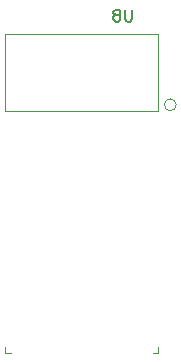
<source format=gbr>
G04 #@! TF.GenerationSoftware,KiCad,Pcbnew,(5.99.0-807-g128ec782d)*
G04 #@! TF.CreationDate,2020-02-24T10:18:47+01:00*
G04 #@! TF.ProjectId,SAR-APRS,5341522d-4150-4525-932e-6b696361645f,rev?*
G04 #@! TF.SameCoordinates,Original*
G04 #@! TF.FileFunction,Legend,Bot*
G04 #@! TF.FilePolarity,Positive*
%FSLAX46Y46*%
G04 Gerber Fmt 4.6, Leading zero omitted, Abs format (unit mm)*
G04 Created by KiCad (PCBNEW (5.99.0-807-g128ec782d)) date 2020-02-24 10:18:47*
%MOMM*%
%LPD*%
G04 APERTURE LIST*
%ADD10C,0.100000*%
%ADD11C,0.150000*%
G04 APERTURE END LIST*
D10*
X115500000Y-106000000D02*
X102500000Y-106000000D01*
X102500000Y-106000000D02*
X102500000Y-112500000D01*
X102500000Y-112500000D02*
X115500000Y-112500000D01*
X115500000Y-112500000D02*
X115500000Y-106000000D01*
X115500000Y-132500000D02*
X115500000Y-133000000D01*
X115500000Y-133000000D02*
X115000000Y-133000000D01*
X103000000Y-133000000D02*
X102500000Y-133000000D01*
X102500000Y-133000000D02*
X102500000Y-132500000D01*
X117000000Y-112000000D02*
G75*
G03*
X117000000Y-112000000I-500000J0D01*
G01*
D11*
X113261904Y-103952380D02*
X113261904Y-104761904D01*
X113214285Y-104857142D01*
X113166666Y-104904761D01*
X113071428Y-104952380D01*
X112880952Y-104952380D01*
X112785714Y-104904761D01*
X112738095Y-104857142D01*
X112690476Y-104761904D01*
X112690476Y-103952380D01*
X112071428Y-104380952D02*
X112166666Y-104333333D01*
X112214285Y-104285714D01*
X112261904Y-104190476D01*
X112261904Y-104142857D01*
X112214285Y-104047619D01*
X112166666Y-104000000D01*
X112071428Y-103952380D01*
X111880952Y-103952380D01*
X111785714Y-104000000D01*
X111738095Y-104047619D01*
X111690476Y-104142857D01*
X111690476Y-104190476D01*
X111738095Y-104285714D01*
X111785714Y-104333333D01*
X111880952Y-104380952D01*
X112071428Y-104380952D01*
X112166666Y-104428571D01*
X112214285Y-104476190D01*
X112261904Y-104571428D01*
X112261904Y-104761904D01*
X112214285Y-104857142D01*
X112166666Y-104904761D01*
X112071428Y-104952380D01*
X111880952Y-104952380D01*
X111785714Y-104904761D01*
X111738095Y-104857142D01*
X111690476Y-104761904D01*
X111690476Y-104571428D01*
X111738095Y-104476190D01*
X111785714Y-104428571D01*
X111880952Y-104380952D01*
M02*

</source>
